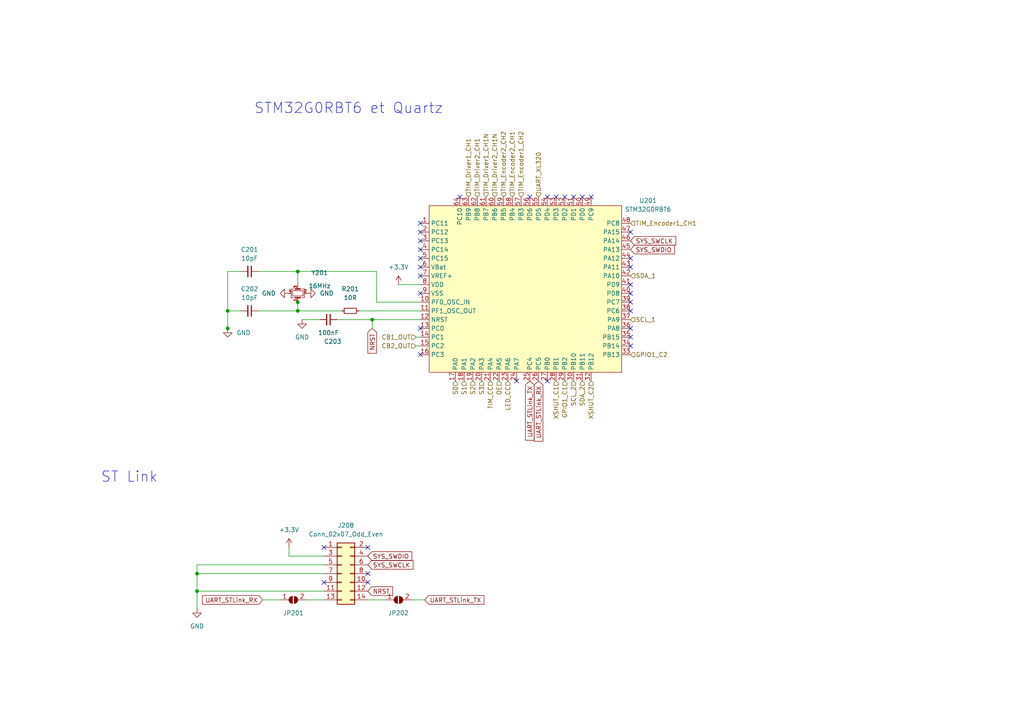
<source format=kicad_sch>
(kicad_sch (version 20211123) (generator eeschema)

  (uuid 7b79ebca-6891-4aee-baf8-57cd00b2a0ed)

  (paper "A4")

  (title_block
    (title "Schéma projet Robot")
    (date "2022-10-04")
    (rev "Version 1.1")
  )

  (lib_symbols
    (symbol "Connector_Generic:Conn_02x07_Odd_Even" (pin_names (offset 1.016) hide) (in_bom yes) (on_board yes)
      (property "Reference" "J" (id 0) (at 1.27 10.16 0)
        (effects (font (size 1.27 1.27)))
      )
      (property "Value" "Conn_02x07_Odd_Even" (id 1) (at 1.27 -10.16 0)
        (effects (font (size 1.27 1.27)))
      )
      (property "Footprint" "" (id 2) (at 0 0 0)
        (effects (font (size 1.27 1.27)) hide)
      )
      (property "Datasheet" "~" (id 3) (at 0 0 0)
        (effects (font (size 1.27 1.27)) hide)
      )
      (property "ki_keywords" "connector" (id 4) (at 0 0 0)
        (effects (font (size 1.27 1.27)) hide)
      )
      (property "ki_description" "Generic connector, double row, 02x07, odd/even pin numbering scheme (row 1 odd numbers, row 2 even numbers), script generated (kicad-library-utils/schlib/autogen/connector/)" (id 5) (at 0 0 0)
        (effects (font (size 1.27 1.27)) hide)
      )
      (property "ki_fp_filters" "Connector*:*_2x??_*" (id 6) (at 0 0 0)
        (effects (font (size 1.27 1.27)) hide)
      )
      (symbol "Conn_02x07_Odd_Even_1_1"
        (rectangle (start -1.27 -7.493) (end 0 -7.747)
          (stroke (width 0.1524) (type default) (color 0 0 0 0))
          (fill (type none))
        )
        (rectangle (start -1.27 -4.953) (end 0 -5.207)
          (stroke (width 0.1524) (type default) (color 0 0 0 0))
          (fill (type none))
        )
        (rectangle (start -1.27 -2.413) (end 0 -2.667)
          (stroke (width 0.1524) (type default) (color 0 0 0 0))
          (fill (type none))
        )
        (rectangle (start -1.27 0.127) (end 0 -0.127)
          (stroke (width 0.1524) (type default) (color 0 0 0 0))
          (fill (type none))
        )
        (rectangle (start -1.27 2.667) (end 0 2.413)
          (stroke (width 0.1524) (type default) (color 0 0 0 0))
          (fill (type none))
        )
        (rectangle (start -1.27 5.207) (end 0 4.953)
          (stroke (width 0.1524) (type default) (color 0 0 0 0))
          (fill (type none))
        )
        (rectangle (start -1.27 7.747) (end 0 7.493)
          (stroke (width 0.1524) (type default) (color 0 0 0 0))
          (fill (type none))
        )
        (rectangle (start -1.27 8.89) (end 3.81 -8.89)
          (stroke (width 0.254) (type default) (color 0 0 0 0))
          (fill (type background))
        )
        (rectangle (start 3.81 -7.493) (end 2.54 -7.747)
          (stroke (width 0.1524) (type default) (color 0 0 0 0))
          (fill (type none))
        )
        (rectangle (start 3.81 -4.953) (end 2.54 -5.207)
          (stroke (width 0.1524) (type default) (color 0 0 0 0))
          (fill (type none))
        )
        (rectangle (start 3.81 -2.413) (end 2.54 -2.667)
          (stroke (width 0.1524) (type default) (color 0 0 0 0))
          (fill (type none))
        )
        (rectangle (start 3.81 0.127) (end 2.54 -0.127)
          (stroke (width 0.1524) (type default) (color 0 0 0 0))
          (fill (type none))
        )
        (rectangle (start 3.81 2.667) (end 2.54 2.413)
          (stroke (width 0.1524) (type default) (color 0 0 0 0))
          (fill (type none))
        )
        (rectangle (start 3.81 5.207) (end 2.54 4.953)
          (stroke (width 0.1524) (type default) (color 0 0 0 0))
          (fill (type none))
        )
        (rectangle (start 3.81 7.747) (end 2.54 7.493)
          (stroke (width 0.1524) (type default) (color 0 0 0 0))
          (fill (type none))
        )
        (pin passive line (at -5.08 7.62 0) (length 3.81)
          (name "Pin_1" (effects (font (size 1.27 1.27))))
          (number "1" (effects (font (size 1.27 1.27))))
        )
        (pin passive line (at 7.62 -2.54 180) (length 3.81)
          (name "Pin_10" (effects (font (size 1.27 1.27))))
          (number "10" (effects (font (size 1.27 1.27))))
        )
        (pin passive line (at -5.08 -5.08 0) (length 3.81)
          (name "Pin_11" (effects (font (size 1.27 1.27))))
          (number "11" (effects (font (size 1.27 1.27))))
        )
        (pin passive line (at 7.62 -5.08 180) (length 3.81)
          (name "Pin_12" (effects (font (size 1.27 1.27))))
          (number "12" (effects (font (size 1.27 1.27))))
        )
        (pin passive line (at -5.08 -7.62 0) (length 3.81)
          (name "Pin_13" (effects (font (size 1.27 1.27))))
          (number "13" (effects (font (size 1.27 1.27))))
        )
        (pin passive line (at 7.62 -7.62 180) (length 3.81)
          (name "Pin_14" (effects (font (size 1.27 1.27))))
          (number "14" (effects (font (size 1.27 1.27))))
        )
        (pin passive line (at 7.62 7.62 180) (length 3.81)
          (name "Pin_2" (effects (font (size 1.27 1.27))))
          (number "2" (effects (font (size 1.27 1.27))))
        )
        (pin passive line (at -5.08 5.08 0) (length 3.81)
          (name "Pin_3" (effects (font (size 1.27 1.27))))
          (number "3" (effects (font (size 1.27 1.27))))
        )
        (pin passive line (at 7.62 5.08 180) (length 3.81)
          (name "Pin_4" (effects (font (size 1.27 1.27))))
          (number "4" (effects (font (size 1.27 1.27))))
        )
        (pin passive line (at -5.08 2.54 0) (length 3.81)
          (name "Pin_5" (effects (font (size 1.27 1.27))))
          (number "5" (effects (font (size 1.27 1.27))))
        )
        (pin passive line (at 7.62 2.54 180) (length 3.81)
          (name "Pin_6" (effects (font (size 1.27 1.27))))
          (number "6" (effects (font (size 1.27 1.27))))
        )
        (pin passive line (at -5.08 0 0) (length 3.81)
          (name "Pin_7" (effects (font (size 1.27 1.27))))
          (number "7" (effects (font (size 1.27 1.27))))
        )
        (pin passive line (at 7.62 0 180) (length 3.81)
          (name "Pin_8" (effects (font (size 1.27 1.27))))
          (number "8" (effects (font (size 1.27 1.27))))
        )
        (pin passive line (at -5.08 -2.54 0) (length 3.81)
          (name "Pin_9" (effects (font (size 1.27 1.27))))
          (number "9" (effects (font (size 1.27 1.27))))
        )
      )
    )
    (symbol "Device:C_Small" (pin_numbers hide) (pin_names (offset 0.254) hide) (in_bom yes) (on_board yes)
      (property "Reference" "C" (id 0) (at 0.254 1.778 0)
        (effects (font (size 1.27 1.27)) (justify left))
      )
      (property "Value" "C_Small" (id 1) (at 0.254 -2.032 0)
        (effects (font (size 1.27 1.27)) (justify left))
      )
      (property "Footprint" "" (id 2) (at 0 0 0)
        (effects (font (size 1.27 1.27)) hide)
      )
      (property "Datasheet" "~" (id 3) (at 0 0 0)
        (effects (font (size 1.27 1.27)) hide)
      )
      (property "ki_keywords" "capacitor cap" (id 4) (at 0 0 0)
        (effects (font (size 1.27 1.27)) hide)
      )
      (property "ki_description" "Unpolarized capacitor, small symbol" (id 5) (at 0 0 0)
        (effects (font (size 1.27 1.27)) hide)
      )
      (property "ki_fp_filters" "C_*" (id 6) (at 0 0 0)
        (effects (font (size 1.27 1.27)) hide)
      )
      (symbol "C_Small_0_1"
        (polyline
          (pts
            (xy -1.524 -0.508)
            (xy 1.524 -0.508)
          )
          (stroke (width 0.3302) (type default) (color 0 0 0 0))
          (fill (type none))
        )
        (polyline
          (pts
            (xy -1.524 0.508)
            (xy 1.524 0.508)
          )
          (stroke (width 0.3048) (type default) (color 0 0 0 0))
          (fill (type none))
        )
      )
      (symbol "C_Small_1_1"
        (pin passive line (at 0 2.54 270) (length 2.032)
          (name "~" (effects (font (size 1.27 1.27))))
          (number "1" (effects (font (size 1.27 1.27))))
        )
        (pin passive line (at 0 -2.54 90) (length 2.032)
          (name "~" (effects (font (size 1.27 1.27))))
          (number "2" (effects (font (size 1.27 1.27))))
        )
      )
    )
    (symbol "Device:Crystal_GND24_Small" (pin_names (offset 1.016) hide) (in_bom yes) (on_board yes)
      (property "Reference" "Y" (id 0) (at 1.27 4.445 0)
        (effects (font (size 1.27 1.27)) (justify left))
      )
      (property "Value" "Crystal_GND24_Small" (id 1) (at 1.27 2.54 0)
        (effects (font (size 1.27 1.27)) (justify left))
      )
      (property "Footprint" "" (id 2) (at 0 0 0)
        (effects (font (size 1.27 1.27)) hide)
      )
      (property "Datasheet" "~" (id 3) (at 0 0 0)
        (effects (font (size 1.27 1.27)) hide)
      )
      (property "ki_keywords" "quartz ceramic resonator oscillator" (id 4) (at 0 0 0)
        (effects (font (size 1.27 1.27)) hide)
      )
      (property "ki_description" "Four pin crystal, GND on pins 2 and 4, small symbol" (id 5) (at 0 0 0)
        (effects (font (size 1.27 1.27)) hide)
      )
      (property "ki_fp_filters" "Crystal*" (id 6) (at 0 0 0)
        (effects (font (size 1.27 1.27)) hide)
      )
      (symbol "Crystal_GND24_Small_0_1"
        (rectangle (start -0.762 -1.524) (end 0.762 1.524)
          (stroke (width 0) (type default) (color 0 0 0 0))
          (fill (type none))
        )
        (polyline
          (pts
            (xy -1.27 -0.762)
            (xy -1.27 0.762)
          )
          (stroke (width 0.381) (type default) (color 0 0 0 0))
          (fill (type none))
        )
        (polyline
          (pts
            (xy 1.27 -0.762)
            (xy 1.27 0.762)
          )
          (stroke (width 0.381) (type default) (color 0 0 0 0))
          (fill (type none))
        )
        (polyline
          (pts
            (xy -1.27 -1.27)
            (xy -1.27 -1.905)
            (xy 1.27 -1.905)
            (xy 1.27 -1.27)
          )
          (stroke (width 0) (type default) (color 0 0 0 0))
          (fill (type none))
        )
        (polyline
          (pts
            (xy -1.27 1.27)
            (xy -1.27 1.905)
            (xy 1.27 1.905)
            (xy 1.27 1.27)
          )
          (stroke (width 0) (type default) (color 0 0 0 0))
          (fill (type none))
        )
      )
      (symbol "Crystal_GND24_Small_1_1"
        (pin passive line (at -2.54 0 0) (length 1.27)
          (name "1" (effects (font (size 1.27 1.27))))
          (number "1" (effects (font (size 0.762 0.762))))
        )
        (pin passive line (at 0 -2.54 90) (length 0.635)
          (name "2" (effects (font (size 1.27 1.27))))
          (number "2" (effects (font (size 0.762 0.762))))
        )
        (pin passive line (at 2.54 0 180) (length 1.27)
          (name "3" (effects (font (size 1.27 1.27))))
          (number "3" (effects (font (size 0.762 0.762))))
        )
        (pin passive line (at 0 2.54 270) (length 0.635)
          (name "4" (effects (font (size 1.27 1.27))))
          (number "4" (effects (font (size 0.762 0.762))))
        )
      )
    )
    (symbol "Device:R_Small" (pin_numbers hide) (pin_names (offset 0.254) hide) (in_bom yes) (on_board yes)
      (property "Reference" "R" (id 0) (at 0.762 0.508 0)
        (effects (font (size 1.27 1.27)) (justify left))
      )
      (property "Value" "R_Small" (id 1) (at 0.762 -1.016 0)
        (effects (font (size 1.27 1.27)) (justify left))
      )
      (property "Footprint" "" (id 2) (at 0 0 0)
        (effects (font (size 1.27 1.27)) hide)
      )
      (property "Datasheet" "~" (id 3) (at 0 0 0)
        (effects (font (size 1.27 1.27)) hide)
      )
      (property "ki_keywords" "R resistor" (id 4) (at 0 0 0)
        (effects (font (size 1.27 1.27)) hide)
      )
      (property "ki_description" "Resistor, small symbol" (id 5) (at 0 0 0)
        (effects (font (size 1.27 1.27)) hide)
      )
      (property "ki_fp_filters" "R_*" (id 6) (at 0 0 0)
        (effects (font (size 1.27 1.27)) hide)
      )
      (symbol "R_Small_0_1"
        (rectangle (start -0.762 1.778) (end 0.762 -1.778)
          (stroke (width 0.2032) (type default) (color 0 0 0 0))
          (fill (type none))
        )
      )
      (symbol "R_Small_1_1"
        (pin passive line (at 0 2.54 270) (length 0.762)
          (name "~" (effects (font (size 1.27 1.27))))
          (number "1" (effects (font (size 1.27 1.27))))
        )
        (pin passive line (at 0 -2.54 90) (length 0.762)
          (name "~" (effects (font (size 1.27 1.27))))
          (number "2" (effects (font (size 1.27 1.27))))
        )
      )
    )
    (symbol "Jumper:SolderJumper_2_Open" (pin_names (offset 0) hide) (in_bom yes) (on_board yes)
      (property "Reference" "JP" (id 0) (at 0 2.032 0)
        (effects (font (size 1.27 1.27)))
      )
      (property "Value" "SolderJumper_2_Open" (id 1) (at 0 -2.54 0)
        (effects (font (size 1.27 1.27)))
      )
      (property "Footprint" "" (id 2) (at 0 0 0)
        (effects (font (size 1.27 1.27)) hide)
      )
      (property "Datasheet" "~" (id 3) (at 0 0 0)
        (effects (font (size 1.27 1.27)) hide)
      )
      (property "ki_keywords" "solder jumper SPST" (id 4) (at 0 0 0)
        (effects (font (size 1.27 1.27)) hide)
      )
      (property "ki_description" "Solder Jumper, 2-pole, open" (id 5) (at 0 0 0)
        (effects (font (size 1.27 1.27)) hide)
      )
      (property "ki_fp_filters" "SolderJumper*Open*" (id 6) (at 0 0 0)
        (effects (font (size 1.27 1.27)) hide)
      )
      (symbol "SolderJumper_2_Open_0_1"
        (arc (start -0.254 1.016) (mid -1.27 0) (end -0.254 -1.016)
          (stroke (width 0) (type default) (color 0 0 0 0))
          (fill (type none))
        )
        (arc (start -0.254 1.016) (mid -1.27 0) (end -0.254 -1.016)
          (stroke (width 0) (type default) (color 0 0 0 0))
          (fill (type outline))
        )
        (polyline
          (pts
            (xy -0.254 1.016)
            (xy -0.254 -1.016)
          )
          (stroke (width 0) (type default) (color 0 0 0 0))
          (fill (type none))
        )
        (polyline
          (pts
            (xy 0.254 1.016)
            (xy 0.254 -1.016)
          )
          (stroke (width 0) (type default) (color 0 0 0 0))
          (fill (type none))
        )
        (arc (start 0.254 -1.016) (mid 1.27 0) (end 0.254 1.016)
          (stroke (width 0) (type default) (color 0 0 0 0))
          (fill (type none))
        )
        (arc (start 0.254 -1.016) (mid 1.27 0) (end 0.254 1.016)
          (stroke (width 0) (type default) (color 0 0 0 0))
          (fill (type outline))
        )
      )
      (symbol "SolderJumper_2_Open_1_1"
        (pin passive line (at -3.81 0 0) (length 2.54)
          (name "A" (effects (font (size 1.27 1.27))))
          (number "1" (effects (font (size 1.27 1.27))))
        )
        (pin passive line (at 3.81 0 180) (length 2.54)
          (name "B" (effects (font (size 1.27 1.27))))
          (number "2" (effects (font (size 1.27 1.27))))
        )
      )
    )
    (symbol "STM32G0RBT6:STM32G0RBT6" (in_bom yes) (on_board yes)
      (property "Reference" "U" (id 0) (at 16.51 -3.81 0)
        (effects (font (size 1.27 1.27)))
      )
      (property "Value" "STM32G0RBT6" (id 1) (at 7.62 -3.81 0)
        (effects (font (size 1.27 1.27)))
      )
      (property "Footprint" "" (id 2) (at 0 2.54 0)
        (effects (font (size 1.27 1.27)) hide)
      )
      (property "Datasheet" "" (id 3) (at 0 2.54 0)
        (effects (font (size 1.27 1.27)) hide)
      )
      (symbol "STM32G0RBT6_0_1"
        (rectangle (start -48.26 -5.08) (end 7.62 -53.34)
          (stroke (width 0) (type default) (color 0 0 0 0))
          (fill (type background))
        )
      )
      (symbol "STM32G0RBT6_1_1"
        (pin bidirectional line (at -50.8 -10.16 0) (length 2.54)
          (name "PC11" (effects (font (size 1.27 1.27))))
          (number "1" (effects (font (size 1.27 1.27))))
        )
        (pin bidirectional line (at -50.8 -33.02 0) (length 2.54)
          (name "PF0_OSC_IN" (effects (font (size 1.27 1.27))))
          (number "10" (effects (font (size 1.27 1.27))))
        )
        (pin bidirectional line (at -50.8 -35.56 0) (length 2.54)
          (name "PF1_OSC_OUT" (effects (font (size 1.27 1.27))))
          (number "11" (effects (font (size 1.27 1.27))))
        )
        (pin power_in line (at -50.8 -38.1 0) (length 2.54)
          (name "NRST" (effects (font (size 1.27 1.27))))
          (number "12" (effects (font (size 1.27 1.27))))
        )
        (pin bidirectional line (at -50.8 -40.64 0) (length 2.54)
          (name "PC0" (effects (font (size 1.27 1.27))))
          (number "13" (effects (font (size 1.27 1.27))))
        )
        (pin bidirectional line (at -50.8 -43.18 0) (length 2.54)
          (name "PC1" (effects (font (size 1.27 1.27))))
          (number "14" (effects (font (size 1.27 1.27))))
        )
        (pin bidirectional line (at -50.8 -45.72 0) (length 2.54)
          (name "PC2" (effects (font (size 1.27 1.27))))
          (number "15" (effects (font (size 1.27 1.27))))
        )
        (pin bidirectional line (at -50.8 -48.26 0) (length 2.54)
          (name "PC3" (effects (font (size 1.27 1.27))))
          (number "16" (effects (font (size 1.27 1.27))))
        )
        (pin bidirectional line (at -40.64 -55.88 90) (length 2.54)
          (name "PA0" (effects (font (size 1.27 1.27))))
          (number "17" (effects (font (size 1.27 1.27))))
        )
        (pin bidirectional line (at -38.1 -55.88 90) (length 2.54)
          (name "PA1" (effects (font (size 1.27 1.27))))
          (number "18" (effects (font (size 1.27 1.27))))
        )
        (pin bidirectional line (at -35.56 -55.88 90) (length 2.54)
          (name "PA2" (effects (font (size 1.27 1.27))))
          (number "19" (effects (font (size 1.27 1.27))))
        )
        (pin bidirectional line (at -50.8 -12.7 0) (length 2.54)
          (name "PC12" (effects (font (size 1.27 1.27))))
          (number "2" (effects (font (size 1.27 1.27))))
        )
        (pin bidirectional line (at -33.02 -55.88 90) (length 2.54)
          (name "PA3" (effects (font (size 1.27 1.27))))
          (number "20" (effects (font (size 1.27 1.27))))
        )
        (pin bidirectional line (at -30.48 -55.88 90) (length 2.54)
          (name "PA4" (effects (font (size 1.27 1.27))))
          (number "21" (effects (font (size 1.27 1.27))))
        )
        (pin bidirectional line (at -27.94 -55.88 90) (length 2.54)
          (name "PA5" (effects (font (size 1.27 1.27))))
          (number "22" (effects (font (size 1.27 1.27))))
        )
        (pin bidirectional line (at -25.4 -55.88 90) (length 2.54)
          (name "PA6" (effects (font (size 1.27 1.27))))
          (number "23" (effects (font (size 1.27 1.27))))
        )
        (pin bidirectional line (at -22.86 -55.88 90) (length 2.54)
          (name "PA7" (effects (font (size 1.27 1.27))))
          (number "24" (effects (font (size 1.27 1.27))))
        )
        (pin bidirectional line (at -19.05 -55.88 90) (length 2.54)
          (name "PC4" (effects (font (size 1.27 1.27))))
          (number "25" (effects (font (size 1.27 1.27))))
        )
        (pin bidirectional line (at -16.51 -55.88 90) (length 2.54)
          (name "PC5" (effects (font (size 1.27 1.27))))
          (number "26" (effects (font (size 1.27 1.27))))
        )
        (pin bidirectional line (at -13.97 -55.88 90) (length 2.54)
          (name "PB0" (effects (font (size 1.27 1.27))))
          (number "27" (effects (font (size 1.27 1.27))))
        )
        (pin bidirectional line (at -11.43 -55.88 90) (length 2.54)
          (name "PB1" (effects (font (size 1.27 1.27))))
          (number "28" (effects (font (size 1.27 1.27))))
        )
        (pin bidirectional line (at -8.89 -55.88 90) (length 2.54)
          (name "PB2" (effects (font (size 1.27 1.27))))
          (number "29" (effects (font (size 1.27 1.27))))
        )
        (pin bidirectional line (at -50.8 -15.24 0) (length 2.54)
          (name "PC13" (effects (font (size 1.27 1.27))))
          (number "3" (effects (font (size 1.27 1.27))))
        )
        (pin bidirectional line (at -6.35 -55.88 90) (length 2.54)
          (name "PB10" (effects (font (size 1.27 1.27))))
          (number "30" (effects (font (size 1.27 1.27))))
        )
        (pin bidirectional line (at -3.81 -55.88 90) (length 2.54)
          (name "PB11" (effects (font (size 1.27 1.27))))
          (number "31" (effects (font (size 1.27 1.27))))
        )
        (pin bidirectional line (at -1.27 -55.88 90) (length 2.54)
          (name "PB12" (effects (font (size 1.27 1.27))))
          (number "32" (effects (font (size 1.27 1.27))))
        )
        (pin bidirectional line (at 10.16 -48.26 180) (length 2.54)
          (name "PB13" (effects (font (size 1.27 1.27))))
          (number "33" (effects (font (size 1.27 1.27))))
        )
        (pin bidirectional line (at 10.16 -45.72 180) (length 2.54)
          (name "PB14" (effects (font (size 1.27 1.27))))
          (number "34" (effects (font (size 1.27 1.27))))
        )
        (pin bidirectional line (at 10.16 -43.18 180) (length 2.54)
          (name "PB15" (effects (font (size 1.27 1.27))))
          (number "35" (effects (font (size 1.27 1.27))))
        )
        (pin bidirectional line (at 10.16 -40.64 180) (length 2.54)
          (name "PA8" (effects (font (size 1.27 1.27))))
          (number "36" (effects (font (size 1.27 1.27))))
        )
        (pin bidirectional line (at 10.16 -38.1 180) (length 2.54)
          (name "PA9" (effects (font (size 1.27 1.27))))
          (number "37" (effects (font (size 1.27 1.27))))
        )
        (pin bidirectional line (at 10.16 -35.56 180) (length 2.54)
          (name "PC6" (effects (font (size 1.27 1.27))))
          (number "38" (effects (font (size 1.27 1.27))))
        )
        (pin bidirectional line (at 10.16 -33.02 180) (length 2.54)
          (name "PC7" (effects (font (size 1.27 1.27))))
          (number "39" (effects (font (size 1.27 1.27))))
        )
        (pin bidirectional line (at -50.8 -17.78 0) (length 2.54)
          (name "PC14" (effects (font (size 1.27 1.27))))
          (number "4" (effects (font (size 1.27 1.27))))
        )
        (pin bidirectional line (at 10.16 -30.48 180) (length 2.54)
          (name "PD8" (effects (font (size 1.27 1.27))))
          (number "40" (effects (font (size 1.27 1.27))))
        )
        (pin bidirectional line (at 10.16 -27.94 180) (length 2.54)
          (name "PD9" (effects (font (size 1.27 1.27))))
          (number "41" (effects (font (size 1.27 1.27))))
        )
        (pin bidirectional line (at 10.16 -25.4 180) (length 2.54)
          (name "PA10" (effects (font (size 1.27 1.27))))
          (number "42" (effects (font (size 1.27 1.27))))
        )
        (pin bidirectional line (at 10.16 -22.86 180) (length 2.54)
          (name "PA11" (effects (font (size 1.27 1.27))))
          (number "43" (effects (font (size 1.27 1.27))))
        )
        (pin bidirectional line (at 10.16 -20.32 180) (length 2.54)
          (name "PA12" (effects (font (size 1.27 1.27))))
          (number "44" (effects (font (size 1.27 1.27))))
        )
        (pin bidirectional line (at 10.16 -17.78 180) (length 2.54)
          (name "PA13" (effects (font (size 1.27 1.27))))
          (number "45" (effects (font (size 1.27 1.27))))
        )
        (pin bidirectional line (at 10.16 -15.24 180) (length 2.54)
          (name "PA14" (effects (font (size 1.27 1.27))))
          (number "46" (effects (font (size 1.27 1.27))))
        )
        (pin bidirectional line (at 10.16 -12.7 180) (length 2.54)
          (name "PA15" (effects (font (size 1.27 1.27))))
          (number "47" (effects (font (size 1.27 1.27))))
        )
        (pin bidirectional line (at 10.16 -10.16 180) (length 2.54)
          (name "PC8" (effects (font (size 1.27 1.27))))
          (number "48" (effects (font (size 1.27 1.27))))
        )
        (pin bidirectional line (at -1.27 -2.54 270) (length 2.54)
          (name "PC9" (effects (font (size 1.27 1.27))))
          (number "49" (effects (font (size 1.27 1.27))))
        )
        (pin bidirectional line (at -50.8 -20.32 0) (length 2.54)
          (name "PC15" (effects (font (size 1.27 1.27))))
          (number "5" (effects (font (size 1.27 1.27))))
        )
        (pin bidirectional line (at -3.81 -2.54 270) (length 2.54)
          (name "PD0" (effects (font (size 1.27 1.27))))
          (number "50" (effects (font (size 1.27 1.27))))
        )
        (pin bidirectional line (at -6.35 -2.54 270) (length 2.54)
          (name "PD1" (effects (font (size 1.27 1.27))))
          (number "51" (effects (font (size 1.27 1.27))))
        )
        (pin bidirectional line (at -8.89 -2.54 270) (length 2.54)
          (name "PD2" (effects (font (size 1.27 1.27))))
          (number "52" (effects (font (size 1.27 1.27))))
        )
        (pin bidirectional line (at -11.43 -2.54 270) (length 2.54)
          (name "PD3" (effects (font (size 1.27 1.27))))
          (number "53" (effects (font (size 1.27 1.27))))
        )
        (pin bidirectional line (at -13.97 -2.54 270) (length 2.54)
          (name "PD4" (effects (font (size 1.27 1.27))))
          (number "54" (effects (font (size 1.27 1.27))))
        )
        (pin bidirectional line (at -16.51 -2.54 270) (length 2.54)
          (name "PD5" (effects (font (size 1.27 1.27))))
          (number "55" (effects (font (size 1.27 1.27))))
        )
        (pin bidirectional line (at -19.05 -2.54 270) (length 2.54)
          (name "PD6" (effects (font (size 1.27 1.27))))
          (number "56" (effects (font (size 1.27 1.27))))
        )
        (pin bidirectional line (at -21.59 -2.54 270) (length 2.54)
          (name "PB3" (effects (font (size 1.27 1.27))))
          (number "57" (effects (font (size 1.27 1.27))))
        )
        (pin bidirectional line (at -24.13 -2.54 270) (length 2.54)
          (name "PB4" (effects (font (size 1.27 1.27))))
          (number "58" (effects (font (size 1.27 1.27))))
        )
        (pin bidirectional line (at -26.67 -2.54 270) (length 2.54)
          (name "PB5" (effects (font (size 1.27 1.27))))
          (number "59" (effects (font (size 1.27 1.27))))
        )
        (pin power_in line (at -50.8 -22.86 0) (length 2.54)
          (name "VBat" (effects (font (size 1.27 1.27))))
          (number "6" (effects (font (size 1.27 1.27))))
        )
        (pin bidirectional line (at -29.21 -2.54 270) (length 2.54)
          (name "PB6" (effects (font (size 1.27 1.27))))
          (number "60" (effects (font (size 1.27 1.27))))
        )
        (pin bidirectional line (at -31.75 -2.54 270) (length 2.54)
          (name "PB7" (effects (font (size 1.27 1.27))))
          (number "61" (effects (font (size 1.27 1.27))))
        )
        (pin bidirectional line (at -34.29 -2.54 270) (length 2.54)
          (name "PB8" (effects (font (size 1.27 1.27))))
          (number "62" (effects (font (size 1.27 1.27))))
        )
        (pin bidirectional line (at -36.83 -2.54 270) (length 2.54)
          (name "PB9" (effects (font (size 1.27 1.27))))
          (number "63" (effects (font (size 1.27 1.27))))
        )
        (pin bidirectional line (at -39.37 -2.54 270) (length 2.54)
          (name "PC10" (effects (font (size 1.27 1.27))))
          (number "64" (effects (font (size 1.27 1.27))))
        )
        (pin power_in line (at -50.8 -25.4 0) (length 2.54)
          (name "VREF+" (effects (font (size 1.27 1.27))))
          (number "7" (effects (font (size 1.27 1.27))))
        )
        (pin power_in line (at -50.8 -27.94 0) (length 2.54)
          (name "VDD" (effects (font (size 1.27 1.27))))
          (number "8" (effects (font (size 1.27 1.27))))
        )
        (pin power_in line (at -50.8 -30.48 0) (length 2.54)
          (name "VSS" (effects (font (size 1.27 1.27))))
          (number "9" (effects (font (size 1.27 1.27))))
        )
      )
    )
    (symbol "power:+3.3V" (power) (pin_names (offset 0)) (in_bom yes) (on_board yes)
      (property "Reference" "#PWR" (id 0) (at 0 -3.81 0)
        (effects (font (size 1.27 1.27)) hide)
      )
      (property "Value" "+3.3V" (id 1) (at 0 3.556 0)
        (effects (font (size 1.27 1.27)))
      )
      (property "Footprint" "" (id 2) (at 0 0 0)
        (effects (font (size 1.27 1.27)) hide)
      )
      (property "Datasheet" "" (id 3) (at 0 0 0)
        (effects (font (size 1.27 1.27)) hide)
      )
      (property "ki_keywords" "power-flag" (id 4) (at 0 0 0)
        (effects (font (size 1.27 1.27)) hide)
      )
      (property "ki_description" "Power symbol creates a global label with name \"+3.3V\"" (id 5) (at 0 0 0)
        (effects (font (size 1.27 1.27)) hide)
      )
      (symbol "+3.3V_0_1"
        (polyline
          (pts
            (xy -0.762 1.27)
            (xy 0 2.54)
          )
          (stroke (width 0) (type default) (color 0 0 0 0))
          (fill (type none))
        )
        (polyline
          (pts
            (xy 0 0)
            (xy 0 2.54)
          )
          (stroke (width 0) (type default) (color 0 0 0 0))
          (fill (type none))
        )
        (polyline
          (pts
            (xy 0 2.54)
            (xy 0.762 1.27)
          )
          (stroke (width 0) (type default) (color 0 0 0 0))
          (fill (type none))
        )
      )
      (symbol "+3.3V_1_1"
        (pin power_in line (at 0 0 90) (length 0) hide
          (name "+3.3V" (effects (font (size 1.27 1.27))))
          (number "1" (effects (font (size 1.27 1.27))))
        )
      )
    )
    (symbol "power:GND" (power) (pin_names (offset 0)) (in_bom yes) (on_board yes)
      (property "Reference" "#PWR" (id 0) (at 0 -6.35 0)
        (effects (font (size 1.27 1.27)) hide)
      )
      (property "Value" "GND" (id 1) (at 0 -3.81 0)
        (effects (font (size 1.27 1.27)))
      )
      (property "Footprint" "" (id 2) (at 0 0 0)
        (effects (font (size 1.27 1.27)) hide)
      )
      (property "Datasheet" "" (id 3) (at 0 0 0)
        (effects (font (size 1.27 1.27)) hide)
      )
      (property "ki_keywords" "power-flag" (id 4) (at 0 0 0)
        (effects (font (size 1.27 1.27)) hide)
      )
      (property "ki_description" "Power symbol creates a global label with name \"GND\" , ground" (id 5) (at 0 0 0)
        (effects (font (size 1.27 1.27)) hide)
      )
      (symbol "GND_0_1"
        (polyline
          (pts
            (xy 0 0)
            (xy 0 -1.27)
            (xy 1.27 -1.27)
            (xy 0 -2.54)
            (xy -1.27 -1.27)
            (xy 0 -1.27)
          )
          (stroke (width 0) (type default) (color 0 0 0 0))
          (fill (type none))
        )
      )
      (symbol "GND_1_1"
        (pin power_in line (at 0 0 270) (length 0) hide
          (name "GND" (effects (font (size 1.27 1.27))))
          (number "1" (effects (font (size 1.27 1.27))))
        )
      )
    )
  )

  (junction (at 86.36 90.17) (diameter 0) (color 0 0 0 0)
    (uuid 1ed27a1a-f57c-4522-9f9f-5c91ce4df6be)
  )
  (junction (at 66.04 95.25) (diameter 0) (color 0 0 0 0)
    (uuid 27d4f82b-e0a0-43e0-a650-ee643a7c6954)
  )
  (junction (at 86.36 87.63) (diameter 0) (color 0 0 0 0)
    (uuid 2c7e78a0-e1f3-4bd3-92cf-ef67a54a769a)
  )
  (junction (at 66.04 90.17) (diameter 0) (color 0 0 0 0)
    (uuid 2e2d4add-c1bb-4f23-bf19-97d5dcbffcb5)
  )
  (junction (at 86.36 78.74) (diameter 0) (color 0 0 0 0)
    (uuid 32611584-98bb-4e51-8c02-e1ae8d539756)
  )
  (junction (at 57.15 166.37) (diameter 0) (color 0 0 0 0)
    (uuid 9e711145-0faa-4da4-972c-ec849925985d)
  )
  (junction (at 107.95 92.71) (diameter 0) (color 0 0 0 0)
    (uuid ea9cab23-33ed-46f6-aac1-69b7348e3fca)
  )
  (junction (at 57.15 171.45) (diameter 0) (color 0 0 0 0)
    (uuid ebbed830-6646-4919-b26a-c6fd3eb93922)
  )

  (no_connect (at 182.88 77.47) (uuid 032082af-a1bb-4a29-a6da-a46afda110a6))
  (no_connect (at 182.88 67.31) (uuid 057b4496-17b1-48aa-b32a-737496f28c7f))
  (no_connect (at 171.45 57.15) (uuid 07878fd3-8c15-4eb2-9f2c-9765eef17f1a))
  (no_connect (at 121.92 67.31) (uuid 0d1bd539-4258-4353-a592-b5262e7142ad))
  (no_connect (at 121.92 95.25) (uuid 11d62d20-e9ce-4ecc-8615-67cfbbb92edb))
  (no_connect (at 93.98 158.75) (uuid 2307e64a-12b1-4463-9064-184e60e0ce76))
  (no_connect (at 121.92 69.85) (uuid 251dfeb4-698d-46ab-afa6-ae68bea05287))
  (no_connect (at 182.88 100.33) (uuid 3ced3b3d-8483-421a-b0a0-0d47853212dd))
  (no_connect (at 158.75 110.49) (uuid 3f4b57fd-5cb9-4c54-8a8c-cfa5b8f03d32))
  (no_connect (at 182.88 95.25) (uuid 500062c1-a8f8-441b-8cae-d596c5faab5c))
  (no_connect (at 182.88 87.63) (uuid 5537aa4c-e56f-4e3f-8dd7-4e0cc16da5c8))
  (no_connect (at 121.92 64.77) (uuid 5706b52c-bc41-4944-bdf4-bec9e8e1a1e4))
  (no_connect (at 106.68 158.75) (uuid 5b3b9f3b-fe92-46e0-8907-a42ae4506120))
  (no_connect (at 106.68 168.91) (uuid 5b3b9f3b-fe92-46e0-8907-a42ae4506121))
  (no_connect (at 182.88 90.17) (uuid 6c291eea-bc62-4660-b69b-694f148ef5dc))
  (no_connect (at 153.67 57.15) (uuid 6e3b5f90-afa7-4995-8a10-54b9d9736645))
  (no_connect (at 158.75 57.15) (uuid 6f90b12a-235c-4ad2-964b-11b3c46c18b7))
  (no_connect (at 168.91 57.15) (uuid 76c1ec00-dd96-4dde-90b3-f932b125604c))
  (no_connect (at 161.29 57.15) (uuid 89c9eb28-c1e9-4b65-9667-8925c494f6bd))
  (no_connect (at 106.68 166.37) (uuid 8c22dfb8-3dec-4160-add5-bb9148ecb1d3))
  (no_connect (at 121.92 85.09) (uuid 9099d730-5548-4463-b81a-a999292eeacb))
  (no_connect (at 163.83 57.15) (uuid 91fd791b-e040-47e9-af33-6bf74748ef67))
  (no_connect (at 121.92 72.39) (uuid 9224d1e7-4e5d-4711-a5e0-0460dbe4e1fa))
  (no_connect (at 121.92 80.01) (uuid 935ee6d1-47a6-4e27-a72f-85ffbd6dc7b2))
  (no_connect (at 182.88 74.93) (uuid 9ff54b41-a8be-42d0-8a20-966874f58646))
  (no_connect (at 166.37 57.15) (uuid aa43c8f4-8812-45bd-8694-35285235dc0e))
  (no_connect (at 182.88 97.79) (uuid ac9439a4-c30f-44fa-9011-0852f4a18310))
  (no_connect (at 149.86 110.49) (uuid acc4eca1-4627-41bf-a878-b71f68f42c71))
  (no_connect (at 93.98 168.91) (uuid b7ee4f87-6e05-4321-a7d1-e0c707215e52))
  (no_connect (at 133.35 57.15) (uuid bd5f17d4-e796-49e6-abbd-9f12aafa4d47))
  (no_connect (at 182.88 85.09) (uuid bfc03df8-b55f-45be-aa76-abe16fe91bd3))
  (no_connect (at 121.92 74.93) (uuid ceada0ea-17b4-42f2-a64d-300c66312165))
  (no_connect (at 121.92 102.87) (uuid d24ad747-bb12-4594-b48f-83dcf1b51a07))
  (no_connect (at 121.92 77.47) (uuid dd457609-9cc1-4ec6-b023-8a441ce246ef))
  (no_connect (at 182.88 82.55) (uuid f70ae3db-b9c4-4943-b291-2c7de2fb2235))

  (wire (pts (xy 106.68 173.99) (xy 111.76 173.99))
    (stroke (width 0) (type default) (color 0 0 0 0))
    (uuid 0105164c-a0c0-4bea-b7e8-02306545a7a2)
  )
  (wire (pts (xy 57.15 166.37) (xy 93.98 166.37))
    (stroke (width 0) (type default) (color 0 0 0 0))
    (uuid 13757d7b-6f1b-4a55-abf1-d3a52cea63d0)
  )
  (wire (pts (xy 92.71 92.71) (xy 87.63 92.71))
    (stroke (width 0) (type default) (color 0 0 0 0))
    (uuid 1793cc01-2495-4776-8058-cd81050fe705)
  )
  (wire (pts (xy 97.79 92.71) (xy 107.95 92.71))
    (stroke (width 0) (type default) (color 0 0 0 0))
    (uuid 1b3a961c-5653-4116-aeb6-ea13414cdf50)
  )
  (wire (pts (xy 86.36 87.63) (xy 86.36 90.17))
    (stroke (width 0) (type default) (color 0 0 0 0))
    (uuid 2044399f-6ac4-421b-8ed0-c09502e10922)
  )
  (wire (pts (xy 109.22 87.63) (xy 109.22 78.74))
    (stroke (width 0) (type default) (color 0 0 0 0))
    (uuid 217aa968-c8e5-47f6-b9e8-5e2497f2fd64)
  )
  (wire (pts (xy 120.65 100.33) (xy 121.92 100.33))
    (stroke (width 0) (type default) (color 0 0 0 0))
    (uuid 255dd1c5-7f3a-4435-9639-3528857cd7b6)
  )
  (wire (pts (xy 121.92 87.63) (xy 109.22 87.63))
    (stroke (width 0) (type default) (color 0 0 0 0))
    (uuid 26e7172b-895a-468a-a3c8-5b147c1c87cf)
  )
  (wire (pts (xy 66.04 78.74) (xy 69.85 78.74))
    (stroke (width 0) (type default) (color 0 0 0 0))
    (uuid 3d9be812-7e2e-4917-9aad-fc0a1f5c6a0e)
  )
  (wire (pts (xy 57.15 176.53) (xy 57.15 171.45))
    (stroke (width 0) (type default) (color 0 0 0 0))
    (uuid 3fe8b9d3-7486-4fdb-b3c0-9b9b6ad98dea)
  )
  (wire (pts (xy 57.15 171.45) (xy 93.98 171.45))
    (stroke (width 0) (type default) (color 0 0 0 0))
    (uuid 41e2f1e8-afd3-4120-ab04-c1503cf6a694)
  )
  (wire (pts (xy 57.15 171.45) (xy 57.15 166.37))
    (stroke (width 0) (type default) (color 0 0 0 0))
    (uuid 43ca9ed0-7366-4c50-b597-c2a0397d866b)
  )
  (wire (pts (xy 74.93 90.17) (xy 86.36 90.17))
    (stroke (width 0) (type default) (color 0 0 0 0))
    (uuid 60646532-016b-4d6e-854e-1f352d2d3cce)
  )
  (wire (pts (xy 66.04 78.74) (xy 66.04 90.17))
    (stroke (width 0) (type default) (color 0 0 0 0))
    (uuid 611804fa-1e65-4cd9-87f9-5ab814101741)
  )
  (wire (pts (xy 76.2 173.99) (xy 81.28 173.99))
    (stroke (width 0) (type default) (color 0 0 0 0))
    (uuid 657b50a1-a5bd-4dee-bb41-108a55c9b3f3)
  )
  (wire (pts (xy 107.95 92.71) (xy 121.92 92.71))
    (stroke (width 0) (type default) (color 0 0 0 0))
    (uuid 660e867b-de9f-4a39-a8e0-ebb606a4b805)
  )
  (wire (pts (xy 66.04 90.17) (xy 66.04 95.25))
    (stroke (width 0) (type default) (color 0 0 0 0))
    (uuid 6f893ac9-bc7d-46ba-a9e6-cffe7abf0f0c)
  )
  (wire (pts (xy 83.82 161.29) (xy 93.98 161.29))
    (stroke (width 0) (type default) (color 0 0 0 0))
    (uuid 7241150f-5fea-498d-990d-1bc06887bb87)
  )
  (wire (pts (xy 86.36 86.36) (xy 86.36 87.63))
    (stroke (width 0) (type default) (color 0 0 0 0))
    (uuid 733fc4dc-089a-451d-87e4-c676e88ef8f2)
  )
  (wire (pts (xy 119.38 173.99) (xy 123.19 173.99))
    (stroke (width 0) (type default) (color 0 0 0 0))
    (uuid 768e090d-39dc-4a20-b58a-6b16f3e84bb1)
  )
  (wire (pts (xy 120.65 97.79) (xy 121.92 97.79))
    (stroke (width 0) (type default) (color 0 0 0 0))
    (uuid 840a5cb9-4fbf-4957-bb6a-88b2402e06c5)
  )
  (wire (pts (xy 57.15 166.37) (xy 57.15 163.83))
    (stroke (width 0) (type default) (color 0 0 0 0))
    (uuid 860ba95f-d066-44b6-b282-e6f5d39fd6de)
  )
  (wire (pts (xy 109.22 78.74) (xy 86.36 78.74))
    (stroke (width 0) (type default) (color 0 0 0 0))
    (uuid a072214e-55ea-4dc0-8521-ec98c4dd3a31)
  )
  (wire (pts (xy 88.9 173.99) (xy 93.98 173.99))
    (stroke (width 0) (type default) (color 0 0 0 0))
    (uuid a576384d-ed9b-4868-8c39-9e579bc2e22f)
  )
  (wire (pts (xy 86.36 78.74) (xy 86.36 82.55))
    (stroke (width 0) (type default) (color 0 0 0 0))
    (uuid ac4d303d-cdc0-4d92-ae15-b42f90b18147)
  )
  (wire (pts (xy 107.95 92.71) (xy 107.95 95.25))
    (stroke (width 0) (type default) (color 0 0 0 0))
    (uuid af3ea586-d5f2-49b7-b952-1b01605bb290)
  )
  (wire (pts (xy 83.82 158.75) (xy 83.82 161.29))
    (stroke (width 0) (type default) (color 0 0 0 0))
    (uuid c481d667-3303-455d-b2f8-6113d7ff2b92)
  )
  (wire (pts (xy 66.04 90.17) (xy 69.85 90.17))
    (stroke (width 0) (type default) (color 0 0 0 0))
    (uuid c94ddcd5-583a-42f3-a502-0c1a63fa49c4)
  )
  (wire (pts (xy 57.15 163.83) (xy 93.98 163.83))
    (stroke (width 0) (type default) (color 0 0 0 0))
    (uuid d8b583bc-5e8e-471e-9b3c-5285cdc2f676)
  )
  (wire (pts (xy 86.36 90.17) (xy 99.06 90.17))
    (stroke (width 0) (type default) (color 0 0 0 0))
    (uuid de05c125-8c8a-40f7-a4e4-16c38f3b992e)
  )
  (wire (pts (xy 104.14 90.17) (xy 121.92 90.17))
    (stroke (width 0) (type default) (color 0 0 0 0))
    (uuid e3c52993-5bf0-4ee0-8237-70710811a537)
  )
  (wire (pts (xy 74.93 78.74) (xy 86.36 78.74))
    (stroke (width 0) (type default) (color 0 0 0 0))
    (uuid ebd70897-43e8-4fc7-9e4e-56cb3eb29667)
  )
  (wire (pts (xy 66.04 96.52) (xy 66.04 95.25))
    (stroke (width 0) (type default) (color 0 0 0 0))
    (uuid faf26c19-3304-4ba1-a49a-685593823828)
  )
  (wire (pts (xy 115.57 82.55) (xy 121.92 82.55))
    (stroke (width 0) (type default) (color 0 0 0 0))
    (uuid fecc5076-2cad-4d01-bb98-858d200b9080)
  )

  (text "STM32G0RBT6 et Quartz\n\n" (at 73.66 38.1 0)
    (effects (font (size 3 3)) (justify left bottom))
    (uuid 74ed4dd6-395e-4c3c-86b6-86c934f90669)
  )
  (text "ST Link\n\n\n" (at 29.21 149.86 0)
    (effects (font (size 3 3)) (justify left bottom))
    (uuid e6faa27d-c03e-4757-a1a2-2e5d89e809a2)
  )

  (global_label "SYS_SWCLK" (shape input) (at 182.88 69.85 0) (fields_autoplaced)
    (effects (font (size 1.27 1.27)) (justify left))
    (uuid 042f01c7-6610-49be-b085-f8ed898adc9d)
    (property "Intersheet References" "${INTERSHEET_REFS}" (id 0) (at 195.9974 69.7706 0)
      (effects (font (size 1.27 1.27)) (justify left) hide)
    )
  )
  (global_label "NRST" (shape input) (at 107.95 95.25 270) (fields_autoplaced)
    (effects (font (size 1.27 1.27)) (justify right))
    (uuid 0abc3121-f12e-4a7e-9f33-234e9312d6eb)
    (property "Intersheet References" "${INTERSHEET_REFS}" (id 0) (at 108.0294 102.4407 90)
      (effects (font (size 1.27 1.27)) (justify right) hide)
    )
  )
  (global_label "UART_STLink_RX" (shape input) (at 76.2 173.99 180) (fields_autoplaced)
    (effects (font (size 1.27 1.27)) (justify right))
    (uuid 4a1f43a2-335d-47c9-9933-bc267ca69b9f)
    (property "Intersheet References" "${INTERSHEET_REFS}" (id 0) (at 58.7283 173.9106 0)
      (effects (font (size 1.27 1.27)) (justify right) hide)
    )
  )
  (global_label "SYS_SWDIO" (shape input) (at 106.68 161.29 0) (fields_autoplaced)
    (effects (font (size 1.27 1.27)) (justify left))
    (uuid 6b3d461b-2ea9-4b97-8294-a931ad2272cd)
    (property "Intersheet References" "${INTERSHEET_REFS}" (id 0) (at 119.4345 161.2106 0)
      (effects (font (size 1.27 1.27)) (justify left) hide)
    )
  )
  (global_label "UART_STLink_TX" (shape input) (at 153.67 110.49 270) (fields_autoplaced)
    (effects (font (size 1.27 1.27)) (justify right))
    (uuid 7317651c-4e71-43a6-ad56-41257b89b1f9)
    (property "Intersheet References" "${INTERSHEET_REFS}" (id 0) (at 153.5906 127.6593 90)
      (effects (font (size 1.27 1.27)) (justify right) hide)
    )
  )
  (global_label "SYS_SWCLK" (shape input) (at 106.68 163.83 0) (fields_autoplaced)
    (effects (font (size 1.27 1.27)) (justify left))
    (uuid 8fa095ee-e274-48dc-b0b3-0a832c6fc85b)
    (property "Intersheet References" "${INTERSHEET_REFS}" (id 0) (at 119.7974 163.7506 0)
      (effects (font (size 1.27 1.27)) (justify left) hide)
    )
  )
  (global_label "SYS_SWDIO" (shape input) (at 182.88 72.39 0) (fields_autoplaced)
    (effects (font (size 1.27 1.27)) (justify left))
    (uuid 9c736a3b-eb83-452d-978b-a1dd1f4ae074)
    (property "Intersheet References" "${INTERSHEET_REFS}" (id 0) (at 195.6345 72.3106 0)
      (effects (font (size 1.27 1.27)) (justify left) hide)
    )
  )
  (global_label "NRST" (shape input) (at 106.68 171.45 0) (fields_autoplaced)
    (effects (font (size 1.27 1.27)) (justify left))
    (uuid b528d3e4-7537-4653-860e-ec383a2de0a2)
    (property "Intersheet References" "${INTERSHEET_REFS}" (id 0) (at 113.8707 171.3706 0)
      (effects (font (size 1.27 1.27)) (justify left) hide)
    )
  )
  (global_label "UART_STLink_RX" (shape input) (at 156.21 110.49 270) (fields_autoplaced)
    (effects (font (size 1.27 1.27)) (justify right))
    (uuid b87790e1-02d9-4626-aae7-bb05bb998c6b)
    (property "Intersheet References" "${INTERSHEET_REFS}" (id 0) (at 156.1306 127.9617 90)
      (effects (font (size 1.27 1.27)) (justify right) hide)
    )
  )
  (global_label "UART_STLink_TX" (shape input) (at 123.19 173.99 0) (fields_autoplaced)
    (effects (font (size 1.27 1.27)) (justify left))
    (uuid c126f505-d249-4f96-bcb1-18d19a5b1104)
    (property "Intersheet References" "${INTERSHEET_REFS}" (id 0) (at 140.3593 174.0694 0)
      (effects (font (size 1.27 1.27)) (justify left) hide)
    )
  )

  (hierarchical_label "OE" (shape input) (at 144.78 110.49 270)
    (effects (font (size 1.27 1.27)) (justify right))
    (uuid 0a0cf328-5abe-4a02-97d2-980217c1bd68)
  )
  (hierarchical_label "S0" (shape input) (at 132.08 110.49 270)
    (effects (font (size 1.27 1.27)) (justify right))
    (uuid 0ecf6fce-d105-4618-9d81-e8a694ea5e25)
  )
  (hierarchical_label "S3" (shape input) (at 139.7 110.49 270)
    (effects (font (size 1.27 1.27)) (justify right))
    (uuid 11403ae1-69c7-4260-a394-01f5e34e14f4)
  )
  (hierarchical_label "TIM_Driver1_CH1" (shape input) (at 135.89 57.15 90)
    (effects (font (size 1.27 1.27)) (justify left))
    (uuid 150abbd8-230a-41fc-a2f1-f97ecf161319)
  )
  (hierarchical_label "TIM_Encoder1_CH1" (shape input) (at 182.88 64.77 0)
    (effects (font (size 1.27 1.27)) (justify left))
    (uuid 220dec73-1465-4691-aaaf-4e49c39686f2)
  )
  (hierarchical_label "S1" (shape input) (at 134.62 110.49 270)
    (effects (font (size 1.27 1.27)) (justify right))
    (uuid 2babff29-fbe8-4d5b-a036-203d4aef1b1b)
  )
  (hierarchical_label "TIM_Driver2_CH1" (shape input) (at 138.43 57.15 90)
    (effects (font (size 1.27 1.27)) (justify left))
    (uuid 39ee53d5-8ea1-40bb-aa68-83426c71c944)
  )
  (hierarchical_label "CB1_OUT" (shape input) (at 120.65 97.79 180)
    (effects (font (size 1.27 1.27)) (justify right))
    (uuid 50ae96ac-d7c8-48bd-96c3-67848eaca200)
  )
  (hierarchical_label "GPIO1_C2" (shape input) (at 182.88 102.87 0)
    (effects (font (size 1.27 1.27)) (justify left))
    (uuid 52a0116c-deaa-4f9f-9ca5-6e5e151d040e)
  )
  (hierarchical_label "TIM_Driver1_CH1N" (shape input) (at 140.97 57.15 90)
    (effects (font (size 1.27 1.27)) (justify left))
    (uuid 68bb3b9f-e290-497d-981f-e113ab7da100)
  )
  (hierarchical_label "TIM_CC" (shape input) (at 142.24 110.49 270)
    (effects (font (size 1.27 1.27)) (justify right))
    (uuid 6e8b3272-1923-4cd9-a8ad-a1f8df117a7a)
  )
  (hierarchical_label "TIM_Encoder2_CH1" (shape input) (at 148.59 57.15 90)
    (effects (font (size 1.27 1.27)) (justify left))
    (uuid 75cd3ff3-7a82-4020-bb22-f94512dba01e)
  )
  (hierarchical_label "XSHUT_C1" (shape input) (at 161.29 110.49 270)
    (effects (font (size 1.27 1.27)) (justify right))
    (uuid 80580794-c3d5-4efc-8323-3f5dc8c9d409)
  )
  (hierarchical_label "SDA_2" (shape input) (at 168.91 110.49 270)
    (effects (font (size 1.27 1.27)) (justify right))
    (uuid 8407f546-06e7-42d1-8eb4-86342d16b2c9)
  )
  (hierarchical_label "CB2_OUT" (shape input) (at 120.65 100.33 180)
    (effects (font (size 1.27 1.27)) (justify right))
    (uuid a5aba83a-46ff-4eed-9018-78c787575d25)
  )
  (hierarchical_label "TIM_Encoder1_CH2" (shape input) (at 151.13 57.15 90)
    (effects (font (size 1.27 1.27)) (justify left))
    (uuid aa1942be-0239-41d9-acfd-2bf36b557387)
  )
  (hierarchical_label "TIM_Driver2_CH1N" (shape input) (at 143.51 57.15 90)
    (effects (font (size 1.27 1.27)) (justify left))
    (uuid b8040c80-ef7c-4384-add5-4ad5fd531a54)
  )
  (hierarchical_label "S2" (shape input) (at 137.16 110.49 270)
    (effects (font (size 1.27 1.27)) (justify right))
    (uuid c3391eba-3c1d-47e7-9896-01013a982abb)
  )
  (hierarchical_label "LED_CC" (shape input) (at 147.32 110.49 270)
    (effects (font (size 1.27 1.27)) (justify right))
    (uuid c4666ad8-4015-43f7-b5f8-918c2387964b)
  )
  (hierarchical_label "SDA_1" (shape input) (at 182.88 80.01 0)
    (effects (font (size 1.27 1.27)) (justify left))
    (uuid d4568537-9b8e-4431-bc16-e62cfafced13)
  )
  (hierarchical_label "SCL_2" (shape input) (at 166.37 110.49 270)
    (effects (font (size 1.27 1.27)) (justify right))
    (uuid d90e49fc-3805-4730-abaa-16533e7ac26f)
  )
  (hierarchical_label "SCL_1" (shape input) (at 182.88 92.71 0)
    (effects (font (size 1.27 1.27)) (justify left))
    (uuid f29f2892-cc17-464f-8879-55d0513b425c)
  )
  (hierarchical_label "UART_XL320" (shape input) (at 156.21 57.15 90)
    (effects (font (size 1.27 1.27)) (justify left))
    (uuid f5688fc3-37e6-4a7b-acc3-b03e9ddb41dd)
  )
  (hierarchical_label "TIM_Encoder2_CH2" (shape input) (at 146.05 57.15 90)
    (effects (font (size 1.27 1.27)) (justify left))
    (uuid f61018dd-9093-4f6f-bafd-16c3ceca3459)
  )
  (hierarchical_label "GPIO1_C1" (shape input) (at 163.83 110.49 270)
    (effects (font (size 1.27 1.27)) (justify right))
    (uuid fcdf8b07-f96d-4b03-b75b-db380cb4724c)
  )
  (hierarchical_label "XSHUT_C2" (shape input) (at 171.45 110.49 270)
    (effects (font (size 1.27 1.27)) (justify right))
    (uuid ffe82edc-bf3f-43e4-9f72-0fe58eff3e0c)
  )

  (symbol (lib_id "power:GND") (at 66.04 95.25 0) (unit 1)
    (in_bom yes) (on_board yes) (fields_autoplaced)
    (uuid 18583195-0d9d-418e-891f-fd77cb637dfa)
    (property "Reference" "#PWR0202" (id 0) (at 66.04 101.6 0)
      (effects (font (size 1.27 1.27)) hide)
    )
    (property "Value" "GND" (id 1) (at 68.58 96.5199 0)
      (effects (font (size 1.27 1.27)) (justify left))
    )
    (property "Footprint" "" (id 2) (at 66.04 95.25 0)
      (effects (font (size 1.27 1.27)) hide)
    )
    (property "Datasheet" "" (id 3) (at 66.04 95.25 0)
      (effects (font (size 1.27 1.27)) hide)
    )
    (pin "1" (uuid f94be0ad-872e-45e1-bec9-05545914a6d7))
  )

  (symbol (lib_id "Device:C_Small") (at 95.25 92.71 270) (unit 1)
    (in_bom yes) (on_board yes)
    (uuid 1eade47f-ded7-4c9c-a122-07d2f99e6540)
    (property "Reference" "C203" (id 0) (at 96.52 99.06 90))
    (property "Value" "100nF" (id 1) (at 95.25 96.52 90))
    (property "Footprint" "Capacitor_SMD:C_0603_1608Metric_Pad1.08x0.95mm_HandSolder" (id 2) (at 95.25 92.71 0)
      (effects (font (size 1.27 1.27)) hide)
    )
    (property "Datasheet" "~" (id 3) (at 95.25 92.71 0)
      (effects (font (size 1.27 1.27)) hide)
    )
    (pin "1" (uuid a7f0b884-20c5-4950-8cb7-05dc7c539ea5))
    (pin "2" (uuid dfc6cfcc-5f37-40ae-820f-20d219629854))
  )

  (symbol (lib_id "power:GND") (at 87.63 92.71 0) (unit 1)
    (in_bom yes) (on_board yes) (fields_autoplaced)
    (uuid 3b5c327e-d04e-4750-a332-e7d85b983854)
    (property "Reference" "#PWR0205" (id 0) (at 87.63 99.06 0)
      (effects (font (size 1.27 1.27)) hide)
    )
    (property "Value" "GND" (id 1) (at 87.63 97.79 0))
    (property "Footprint" "" (id 2) (at 87.63 92.71 0)
      (effects (font (size 1.27 1.27)) hide)
    )
    (property "Datasheet" "" (id 3) (at 87.63 92.71 0)
      (effects (font (size 1.27 1.27)) hide)
    )
    (pin "1" (uuid d9e61fac-c626-4ab0-b71c-76d52319d8fe))
  )

  (symbol (lib_id "power:+3.3V") (at 115.57 82.55 0) (unit 1)
    (in_bom yes) (on_board yes) (fields_autoplaced)
    (uuid 4254ced4-aabf-486e-a54f-e092c1447c9d)
    (property "Reference" "#PWR0207" (id 0) (at 115.57 86.36 0)
      (effects (font (size 1.27 1.27)) hide)
    )
    (property "Value" "+3.3V" (id 1) (at 115.57 77.47 0))
    (property "Footprint" "" (id 2) (at 115.57 82.55 0)
      (effects (font (size 1.27 1.27)) hide)
    )
    (property "Datasheet" "" (id 3) (at 115.57 82.55 0)
      (effects (font (size 1.27 1.27)) hide)
    )
    (pin "1" (uuid 49dfcdaa-d17f-41b1-ac36-63c610806381))
  )

  (symbol (lib_id "Jumper:SolderJumper_2_Open") (at 115.57 173.99 0) (unit 1)
    (in_bom yes) (on_board yes)
    (uuid 5212d379-f011-43fa-8b06-180307cc6a9a)
    (property "Reference" "JP202" (id 0) (at 115.57 177.8 0))
    (property "Value" "SolderJumper_2_Open" (id 1) (at 116.84 177.8 0)
      (effects (font (size 1.27 1.27)) hide)
    )
    (property "Footprint" "Jumper:SolderJumper-2_P1.3mm_Open_TrianglePad1.0x1.5mm" (id 2) (at 115.57 173.99 0)
      (effects (font (size 1.27 1.27)) hide)
    )
    (property "Datasheet" "~" (id 3) (at 115.57 173.99 0)
      (effects (font (size 1.27 1.27)) hide)
    )
    (pin "1" (uuid 6f957f62-c8ff-47ef-a08a-a31b2dd01065))
    (pin "2" (uuid e0227646-ce23-489b-854d-6c2769621cef))
  )

  (symbol (lib_id "Connector_Generic:Conn_02x07_Odd_Even") (at 99.06 166.37 0) (unit 1)
    (in_bom yes) (on_board yes) (fields_autoplaced)
    (uuid 56c4e08e-94ff-4199-bbdf-6adbe2acb5e3)
    (property "Reference" "J208" (id 0) (at 100.33 152.4 0))
    (property "Value" "Conn_02x07_Odd_Even" (id 1) (at 100.33 154.94 0))
    (property "Footprint" "Connector_PinHeader_1.27mm:PinHeader_2x07_P1.27mm_Vertical_SMD" (id 2) (at 99.06 166.37 0)
      (effects (font (size 1.27 1.27)) hide)
    )
    (property "Datasheet" "~" (id 3) (at 99.06 166.37 0)
      (effects (font (size 1.27 1.27)) hide)
    )
    (pin "1" (uuid 8052514d-f685-48fb-9832-60566e094ada))
    (pin "10" (uuid eea8c80d-2c86-4965-b835-ad44c1c1c8f5))
    (pin "11" (uuid 55c06ff5-51e8-445a-b133-2f21cb5594e6))
    (pin "12" (uuid 245d32bf-de79-43a0-b579-9d359d18aa5f))
    (pin "13" (uuid dca8bb81-c362-4a11-981c-ed1eaf2193f2))
    (pin "14" (uuid 21deaf29-8263-4caa-a3b6-7e390b800bc2))
    (pin "2" (uuid b3448326-4e8f-4c60-b75c-1edebafc442c))
    (pin "3" (uuid 1ba0e5d7-5707-46a6-8e44-a852bf96ba51))
    (pin "4" (uuid 2a814458-c9cb-4fe9-a8ab-a5def2fd53ce))
    (pin "5" (uuid 598309eb-22ef-4100-af42-3cd6175586ba))
    (pin "6" (uuid acba74ac-094b-4637-af78-7e5c39dd5209))
    (pin "7" (uuid 876ee04c-ef0e-470d-81e4-47abfbdc60a3))
    (pin "8" (uuid 5a1217bf-b89c-4b5d-817a-5b98bca0d953))
    (pin "9" (uuid 2993f196-bddf-4252-994f-f6a3fd954d43))
  )

  (symbol (lib_id "Jumper:SolderJumper_2_Open") (at 85.09 173.99 0) (unit 1)
    (in_bom yes) (on_board yes)
    (uuid 5c2f3a92-b39c-4c45-9700-7ef9f33218fd)
    (property "Reference" "JP201" (id 0) (at 85.09 177.8 0))
    (property "Value" "SolderJumper_2_Open" (id 1) (at 85.09 177.8 0)
      (effects (font (size 1.27 1.27)) hide)
    )
    (property "Footprint" "Jumper:SolderJumper-2_P1.3mm_Open_TrianglePad1.0x1.5mm" (id 2) (at 85.09 173.99 0)
      (effects (font (size 1.27 1.27)) hide)
    )
    (property "Datasheet" "~" (id 3) (at 85.09 173.99 0)
      (effects (font (size 1.27 1.27)) hide)
    )
    (pin "1" (uuid 6ce623ae-15b4-4a22-aa86-b8ce5e328262))
    (pin "2" (uuid e566d17d-39f6-459e-8ca2-0a14808a3da7))
  )

  (symbol (lib_id "power:+3.3V") (at 83.82 158.75 0) (unit 1)
    (in_bom yes) (on_board yes) (fields_autoplaced)
    (uuid 669ad9f1-c4e9-4fbc-a34d-9b384a39b93e)
    (property "Reference" "#PWR0204" (id 0) (at 83.82 162.56 0)
      (effects (font (size 1.27 1.27)) hide)
    )
    (property "Value" "+3.3V" (id 1) (at 83.82 153.67 0))
    (property "Footprint" "" (id 2) (at 83.82 158.75 0)
      (effects (font (size 1.27 1.27)) hide)
    )
    (property "Datasheet" "" (id 3) (at 83.82 158.75 0)
      (effects (font (size 1.27 1.27)) hide)
    )
    (pin "1" (uuid ac9654a7-13fc-4ea0-9766-86e4a0ea07fe))
  )

  (symbol (lib_id "Device:R_Small") (at 101.6 90.17 270) (unit 1)
    (in_bom yes) (on_board yes) (fields_autoplaced)
    (uuid 673359f6-40e8-4445-9956-8b059c2c7b88)
    (property "Reference" "R201" (id 0) (at 101.6 83.82 90))
    (property "Value" "10R" (id 1) (at 101.6 86.36 90))
    (property "Footprint" "Resistor_SMD:R_0603_1608Metric_Pad0.98x0.95mm_HandSolder" (id 2) (at 101.6 90.17 0)
      (effects (font (size 1.27 1.27)) hide)
    )
    (property "Datasheet" "~" (id 3) (at 101.6 90.17 0)
      (effects (font (size 1.27 1.27)) hide)
    )
    (pin "1" (uuid add2b169-d777-4172-8d80-f71737ed6dcd))
    (pin "2" (uuid 5414b6c7-a915-47dc-8725-b3328377d910))
  )

  (symbol (lib_id "power:GND") (at 57.15 176.53 0) (unit 1)
    (in_bom yes) (on_board yes) (fields_autoplaced)
    (uuid 818a8e76-8fdd-4def-8be5-392ca4debf08)
    (property "Reference" "#PWR0201" (id 0) (at 57.15 182.88 0)
      (effects (font (size 1.27 1.27)) hide)
    )
    (property "Value" "GND" (id 1) (at 57.15 181.61 0))
    (property "Footprint" "" (id 2) (at 57.15 176.53 0)
      (effects (font (size 1.27 1.27)) hide)
    )
    (property "Datasheet" "" (id 3) (at 57.15 176.53 0)
      (effects (font (size 1.27 1.27)) hide)
    )
    (pin "1" (uuid e8405aef-e5ff-4900-828c-708b5c7c58fd))
  )

  (symbol (lib_id "power:GND") (at 83.82 85.09 270) (unit 1)
    (in_bom yes) (on_board yes) (fields_autoplaced)
    (uuid 8e077ff8-2108-4b53-86c1-72d502cfd566)
    (property "Reference" "#PWR0203" (id 0) (at 77.47 85.09 0)
      (effects (font (size 1.27 1.27)) hide)
    )
    (property "Value" "GND" (id 1) (at 80.01 85.0899 90)
      (effects (font (size 1.27 1.27)) (justify right))
    )
    (property "Footprint" "" (id 2) (at 83.82 85.09 0)
      (effects (font (size 1.27 1.27)) hide)
    )
    (property "Datasheet" "" (id 3) (at 83.82 85.09 0)
      (effects (font (size 1.27 1.27)) hide)
    )
    (pin "1" (uuid 279615c5-dca8-42f6-8a71-b29dd41125f3))
  )

  (symbol (lib_id "Device:C_Small") (at 72.39 90.17 270) (unit 1)
    (in_bom yes) (on_board yes) (fields_autoplaced)
    (uuid c0538419-174f-4a85-826b-f569677757ea)
    (property "Reference" "C202" (id 0) (at 72.3836 83.82 90))
    (property "Value" "10pF" (id 1) (at 72.3836 86.36 90))
    (property "Footprint" "Capacitor_SMD:C_0603_1608Metric_Pad1.08x0.95mm_HandSolder" (id 2) (at 72.39 90.17 0)
      (effects (font (size 1.27 1.27)) hide)
    )
    (property "Datasheet" "~" (id 3) (at 72.39 90.17 0)
      (effects (font (size 1.27 1.27)) hide)
    )
    (pin "1" (uuid 899b0dcb-dcf0-4abe-839b-ab05a579c128))
    (pin "2" (uuid 13fdc744-1f5f-4723-9197-e0820f6f6edc))
  )

  (symbol (lib_id "power:GND") (at 88.9 85.09 90) (mirror x) (unit 1)
    (in_bom yes) (on_board yes) (fields_autoplaced)
    (uuid e150f57a-4d8a-4fa1-88b1-7a6b2be7a4a5)
    (property "Reference" "#PWR0206" (id 0) (at 95.25 85.09 0)
      (effects (font (size 1.27 1.27)) hide)
    )
    (property "Value" "GND" (id 1) (at 92.71 85.0899 90)
      (effects (font (size 1.27 1.27)) (justify right))
    )
    (property "Footprint" "" (id 2) (at 88.9 85.09 0)
      (effects (font (size 1.27 1.27)) hide)
    )
    (property "Datasheet" "" (id 3) (at 88.9 85.09 0)
      (effects (font (size 1.27 1.27)) hide)
    )
    (pin "1" (uuid 0979825c-941f-4e52-ae65-a43b5630ffdc))
  )

  (symbol (lib_id "STM32G0RBT6:STM32G0RBT6") (at 172.72 54.61 0) (unit 1)
    (in_bom yes) (on_board yes) (fields_autoplaced)
    (uuid e491473c-4b5f-48f9-b1fc-8514af6c4523)
    (property "Reference" "U201" (id 0) (at 187.96 58.1912 0))
    (property "Value" "STM32G0RBT6" (id 1) (at 187.96 60.7312 0))
    (property "Footprint" "Package_QFP:LQFP-64_10x10mm_P0.5mm" (id 2) (at 172.72 52.07 0)
      (effects (font (size 1.27 1.27)) hide)
    )
    (property "Datasheet" "" (id 3) (at 172.72 52.07 0)
      (effects (font (size 1.27 1.27)) hide)
    )
    (pin "1" (uuid 6e3b86af-220d-409d-a105-13338ad1ca49))
    (pin "10" (uuid 8aed82bc-80b5-4c4f-bdfc-07a83727d683))
    (pin "11" (uuid 15e80876-6b82-48dc-b409-d76e93f66c5e))
    (pin "12" (uuid 43508b63-7137-4526-bdca-5b8275f53d2b))
    (pin "13" (uuid b72dc6cd-dafe-4600-87bc-727ff968ea82))
    (pin "14" (uuid 0bfcba75-8c76-47c5-a135-75d75937eb87))
    (pin "15" (uuid e126bbb3-dec4-4711-834b-0764c08ea553))
    (pin "16" (uuid b21d6315-4359-43d9-862c-2e0434dc0e20))
    (pin "17" (uuid 36ad7320-4d5a-4a78-a3e7-6efd3431c3d5))
    (pin "18" (uuid e0dd4b51-6b3c-43e8-8206-41fd9c43020c))
    (pin "19" (uuid e8d1f576-82d3-4082-addd-deb265e24387))
    (pin "2" (uuid c692f638-4f28-4e6f-906e-6bfbb1027980))
    (pin "20" (uuid dbf46343-f41c-42e2-873a-3dcec093d69f))
    (pin "21" (uuid 430b2c40-43d1-4b43-a4f1-4b2cf4a1f1a5))
    (pin "22" (uuid 0106f83d-c7d4-4fa7-b55e-43244c6ce387))
    (pin "23" (uuid 5ec9ec48-d55e-423c-928b-46154d913af3))
    (pin "24" (uuid ef5f8c7f-8ff6-447e-be91-cd3100773309))
    (pin "25" (uuid 75ed286d-85d3-4008-a818-b847ea3ac034))
    (pin "26" (uuid a513330b-04be-4d72-8ddb-0ec6537a0ee7))
    (pin "27" (uuid 7966ed8d-5b4e-41ea-8a5e-cf28e03b2cbb))
    (pin "28" (uuid 4fdb4779-61e7-4884-8de1-aa431a7cc1fd))
    (pin "29" (uuid 67b92713-34c5-4099-9ec1-a8237d0403da))
    (pin "3" (uuid b837fcaf-5bef-4bd5-b45a-ab9840f07d6a))
    (pin "30" (uuid 2001e374-4ea2-44be-8695-be7396a1090a))
    (pin "31" (uuid 6b092d7e-c202-402e-9a71-9f6e31c0114e))
    (pin "32" (uuid 3628e707-0bf0-49a3-81ac-5fa7a4647a71))
    (pin "33" (uuid ba516127-912e-47bc-9a1e-f10a591dcbc3))
    (pin "34" (uuid ae3b3e53-5a10-4bfd-a54c-3b7dc1fb07f6))
    (pin "35" (uuid 15f0b388-0d9b-4d67-8e68-13f3533a91bb))
    (pin "36" (uuid 756bf715-e52e-4346-8e77-9853354637f0))
    (pin "37" (uuid 0dae0fe1-aab9-4be8-a70e-ec914b4f95fd))
    (pin "38" (uuid f104545c-9c9b-44c8-bcf2-21ff983d4fc1))
    (pin "39" (uuid 50d8a9eb-9d3c-4fa0-bef6-9b940b16f28d))
    (pin "4" (uuid d5b0ae8a-1c80-48bb-a3ae-3706b31d9af8))
    (pin "40" (uuid a654a4b9-4fde-4096-92b2-eec0b6564a30))
    (pin "41" (uuid e80e6436-22ec-43dd-927f-f9e47fe66be9))
    (pin "42" (uuid a327c9c7-3fa9-4368-beb7-c08d09aab999))
    (pin "43" (uuid 0f07b3a4-6ace-4474-ac1e-eae001029679))
    (pin "44" (uuid 4f3adc36-63f5-4427-b509-2c720ff2c11d))
    (pin "45" (uuid e727ab8e-49a4-479d-bb2d-e75170576033))
    (pin "46" (uuid cc6f4ee2-863c-46e8-ad09-be199484db50))
    (pin "47" (uuid 14b34238-cfb5-4885-b21e-e2e4084f5c05))
    (pin "48" (uuid b02ceba9-710a-49d1-9475-cbe70683b60f))
    (pin "49" (uuid c9f04b39-0ba2-49a3-b689-592ed41c9226))
    (pin "5" (uuid 5dd5678d-432f-43a1-8474-fb66f880a7e2))
    (pin "50" (uuid 5e682305-28be-4aae-9c8d-1a880d7c5f1f))
    (pin "51" (uuid 6ed6b261-9fa6-4699-852c-98e1367133bc))
    (pin "52" (uuid f07e5d48-3c4c-43fc-a4e6-13a2aa0e6f0f))
    (pin "53" (uuid 009fd03f-4bb9-41ec-985c-46f731604c64))
    (pin "54" (uuid fd7f58a6-1a4a-48e5-8ec4-ee65bf33a8a2))
    (pin "55" (uuid 4f049515-a8d4-49dc-95ba-6434c5f5b5a8))
    (pin "56" (uuid a3c12907-49b6-43bf-9b0b-f54e5d658bf6))
    (pin "57" (uuid 89ca5dfc-417f-46bb-a5e6-16cfd050cb01))
    (pin "58" (uuid 7145a4d2-ad2d-4f07-8a1e-46273ea0b2cb))
    (pin "59" (uuid c5b81879-2897-4060-83d9-a4f251fa8c0b))
    (pin "6" (uuid 66367033-741d-47a7-8493-05b0c004aba4))
    (pin "60" (uuid 82bcb00c-1a2a-48a9-a0ac-d00823a5f728))
    (pin "61" (uuid 742e191b-b841-4704-960f-e0d6cd0094b3))
    (pin "62" (uuid 636bc042-9259-4ef0-843e-9f89489d87a5))
    (pin "63" (uuid 36f11c3e-f90b-4bfd-b6fd-539fb1b8bd03))
    (pin "64" (uuid 7a63a576-a2b2-4083-a9da-991bfecabd7b))
    (pin "7" (uuid 077043b7-fc2d-4a8e-89a0-d1b7a3a77373))
    (pin "8" (uuid 5f75950b-37a2-4535-8ff4-ea069abccd14))
    (pin "9" (uuid 10d560fe-0006-4d6d-b427-bc8c926e3987))
  )

  (symbol (lib_id "Device:Crystal_GND24_Small") (at 86.36 85.09 90) (unit 1)
    (in_bom yes) (on_board yes)
    (uuid f77d5457-1aff-485c-9bbf-3d22288c45b1)
    (property "Reference" "Y201" (id 0) (at 92.71 79.121 90))
    (property "Value" "16MHz" (id 1) (at 92.71 82.931 90))
    (property "Footprint" "Crystal:Crystal_SMD_EuroQuartz_MT-4Pin_3.2x2.5mm" (id 2) (at 86.36 85.09 0)
      (effects (font (size 1.27 1.27)) hide)
    )
    (property "Datasheet" "~" (id 3) (at 86.36 85.09 0)
      (effects (font (size 1.27 1.27)) hide)
    )
    (pin "1" (uuid d33edb56-13f3-4aec-9f6c-8c27b9ad7c02))
    (pin "2" (uuid e625c80a-daf0-4a45-8349-d7acdd3c8792))
    (pin "3" (uuid 8d26f9b4-f6e8-4815-b7ed-d787ded3a6d3))
    (pin "4" (uuid 06b5f9a8-82be-4deb-98ed-1613fc7d73d1))
  )

  (symbol (lib_id "Device:C_Small") (at 72.39 78.74 270) (unit 1)
    (in_bom yes) (on_board yes) (fields_autoplaced)
    (uuid f9c7d250-6fb9-4ab5-b36c-bc16cabefa16)
    (property "Reference" "C201" (id 0) (at 72.3836 72.39 90))
    (property "Value" "10pF" (id 1) (at 72.3836 74.93 90))
    (property "Footprint" "Capacitor_SMD:C_0603_1608Metric_Pad1.08x0.95mm_HandSolder" (id 2) (at 72.39 78.74 0)
      (effects (font (size 1.27 1.27)) hide)
    )
    (property "Datasheet" "~" (id 3) (at 72.39 78.74 0)
      (effects (font (size 1.27 1.27)) hide)
    )
    (pin "1" (uuid 4ca55e26-00b8-4c4b-b329-f8c960a1db84))
    (pin "2" (uuid 7eda49c0-a93d-4082-a85c-558613611413))
  )
)

</source>
